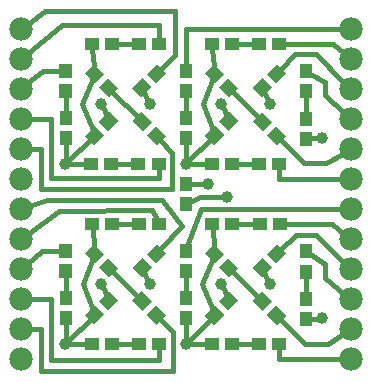
<source format=gtl>
G04 MADE WITH FRITZING*
G04 WWW.FRITZING.ORG*
G04 DOUBLE SIDED*
G04 HOLES PLATED*
G04 CONTOUR ON CENTER OF CONTOUR VECTOR*
%ASAXBY*%
%FSLAX23Y23*%
%MOIN*%
%OFA0B0*%
%SFA1.0B1.0*%
%ADD10C,0.078000*%
%ADD11C,0.039370*%
%ADD12R,0.043307X0.047244*%
%ADD13R,0.047244X0.043307*%
%ADD14C,0.016000*%
%LNCOPPER1*%
G90*
G70*
G54D10*
X100Y1200D03*
X100Y1100D03*
X100Y1000D03*
X100Y900D03*
X100Y800D03*
X100Y700D03*
X100Y600D03*
X100Y500D03*
X100Y400D03*
X100Y300D03*
X100Y200D03*
X100Y100D03*
X1200Y1200D03*
X1200Y1100D03*
X1200Y1000D03*
X1200Y900D03*
X1200Y800D03*
X1200Y700D03*
X1200Y600D03*
X1200Y500D03*
X1200Y400D03*
X1200Y300D03*
X1200Y200D03*
X1200Y100D03*
G54D11*
X931Y953D03*
X769Y953D03*
X369Y951D03*
X531Y951D03*
X369Y351D03*
X531Y351D03*
X769Y351D03*
X931Y351D03*
X249Y750D03*
X650Y752D03*
X249Y151D03*
X650Y150D03*
X724Y684D03*
X1106Y837D03*
X1104Y237D03*
X787Y642D03*
G54D12*
X650Y394D03*
X650Y461D03*
X1050Y393D03*
X1050Y460D03*
G54D13*
X897Y550D03*
X964Y550D03*
X337Y150D03*
X404Y150D03*
G54D12*
X250Y238D03*
X250Y305D03*
X650Y237D03*
X650Y304D03*
G54D13*
X739Y550D03*
X806Y550D03*
G54D12*
X650Y617D03*
X650Y684D03*
G54D13*
X896Y151D03*
X963Y151D03*
X496Y551D03*
X563Y551D03*
X338Y551D03*
X405Y551D03*
X738Y151D03*
X805Y151D03*
G54D12*
X1050Y236D03*
X1050Y303D03*
G54D13*
X495Y150D03*
X562Y150D03*
G54D12*
X650Y837D03*
X650Y904D03*
X250Y838D03*
X250Y905D03*
X650Y995D03*
X650Y1062D03*
G54D13*
X338Y1150D03*
X405Y1150D03*
X494Y1150D03*
X561Y1150D03*
X493Y750D03*
X560Y750D03*
X336Y750D03*
X403Y750D03*
X738Y750D03*
X805Y750D03*
X895Y1151D03*
X962Y1151D03*
X738Y1151D03*
X805Y1151D03*
G54D12*
X1050Y836D03*
X1050Y903D03*
X1050Y994D03*
X1050Y1061D03*
G54D13*
X894Y750D03*
X961Y750D03*
G54D14*
X476Y1150D02*
X423Y1150D01*
D02*
X475Y750D02*
X421Y750D01*
D02*
X650Y922D02*
X650Y977D01*
D02*
X250Y923D02*
X250Y978D01*
D02*
X877Y1151D02*
X823Y1151D01*
D02*
X1050Y921D02*
X1050Y976D01*
D02*
X823Y750D02*
X876Y750D01*
D02*
X879Y550D02*
X824Y550D01*
D02*
X1050Y321D02*
X1050Y375D01*
D02*
X823Y151D02*
X878Y151D01*
D02*
X650Y322D02*
X650Y376D01*
D02*
X422Y150D02*
X477Y150D01*
D02*
X250Y377D02*
X250Y323D01*
D02*
X478Y551D02*
X423Y551D01*
D02*
X493Y907D02*
X406Y993D01*
D02*
X492Y308D02*
X407Y393D01*
D02*
X893Y308D02*
X807Y393D01*
D02*
X807Y993D02*
X893Y907D01*
D02*
X377Y934D02*
X387Y910D01*
D02*
X522Y969D02*
X512Y990D01*
D02*
X777Y935D02*
X787Y911D01*
D02*
X922Y970D02*
X913Y990D01*
D02*
X377Y334D02*
X387Y312D01*
D02*
X523Y369D02*
X513Y391D01*
D02*
X777Y334D02*
X787Y311D01*
D02*
X923Y369D02*
X912Y390D01*
D02*
X250Y769D02*
X250Y820D01*
D02*
X263Y764D02*
X334Y834D01*
D02*
X268Y750D02*
X318Y750D01*
D02*
X340Y864D02*
X306Y951D01*
D02*
X306Y951D02*
X340Y1037D01*
D02*
X344Y1077D02*
X339Y1134D01*
D02*
X650Y771D02*
X650Y819D01*
D02*
X663Y765D02*
X734Y835D01*
D02*
X669Y751D02*
X720Y751D01*
D02*
X707Y950D02*
X740Y1037D01*
D02*
X740Y864D02*
X707Y950D01*
D02*
X745Y1077D02*
X739Y1135D01*
D02*
X250Y170D02*
X250Y220D01*
D02*
X268Y151D02*
X319Y150D01*
D02*
X263Y165D02*
X334Y236D01*
D02*
X307Y350D02*
X341Y437D01*
D02*
X341Y265D02*
X307Y350D01*
D02*
X345Y477D02*
X340Y535D01*
D02*
X650Y169D02*
X650Y219D01*
D02*
X663Y163D02*
X734Y235D01*
D02*
X669Y150D02*
X720Y150D01*
D02*
X706Y350D02*
X740Y437D01*
D02*
X740Y264D02*
X706Y350D01*
D02*
X745Y477D02*
X741Y534D01*
D02*
X650Y1200D02*
X650Y1080D01*
D02*
X1170Y1200D02*
X650Y1200D01*
D02*
X1140Y1151D02*
X980Y1151D01*
D02*
X1177Y1120D02*
X1140Y1151D01*
D02*
X1016Y1117D02*
X965Y1066D01*
D02*
X1085Y1117D02*
X1016Y1117D01*
D02*
X1179Y1021D02*
X1085Y1117D01*
D02*
X1115Y980D02*
X1178Y921D01*
D02*
X1066Y1052D02*
X1115Y1024D01*
D02*
X1115Y1024D02*
X1115Y980D01*
D02*
X1118Y756D02*
X1044Y756D01*
D02*
X1174Y786D02*
X1118Y756D01*
D02*
X1044Y756D02*
X966Y834D01*
D02*
X961Y700D02*
X961Y734D01*
D02*
X1170Y700D02*
X961Y700D01*
D02*
X701Y602D02*
X656Y479D01*
D02*
X1170Y600D02*
X701Y602D01*
D02*
X1177Y519D02*
X1138Y550D01*
D02*
X1138Y550D02*
X982Y550D01*
D02*
X1017Y516D02*
X965Y466D01*
D02*
X1085Y516D02*
X1017Y516D01*
D02*
X1179Y421D02*
X1085Y516D01*
D02*
X1116Y370D02*
X1116Y419D01*
D02*
X1116Y419D02*
X1066Y450D01*
D02*
X1177Y319D02*
X1116Y370D01*
D02*
X1126Y153D02*
X1048Y153D01*
D02*
X1175Y184D02*
X1126Y153D01*
D02*
X1048Y153D02*
X966Y235D01*
D02*
X963Y100D02*
X963Y135D01*
D02*
X1170Y100D02*
X963Y100D01*
D02*
X181Y1262D02*
X614Y1262D01*
D02*
X614Y1262D02*
X614Y1114D01*
D02*
X614Y1114D02*
X565Y1066D01*
D02*
X124Y1218D02*
X181Y1262D01*
D02*
X561Y1214D02*
X561Y1167D01*
D02*
X123Y1119D02*
X238Y1214D01*
D02*
X238Y1214D02*
X561Y1214D01*
D02*
X174Y1063D02*
X123Y1020D01*
D02*
X234Y1063D02*
X174Y1063D01*
D02*
X203Y900D02*
X203Y704D01*
D02*
X203Y704D02*
X560Y704D01*
D02*
X560Y704D02*
X560Y734D01*
D02*
X130Y900D02*
X203Y900D01*
D02*
X169Y800D02*
X169Y669D01*
D02*
X169Y669D02*
X604Y669D01*
D02*
X604Y788D02*
X565Y833D01*
D02*
X604Y669D02*
X604Y788D01*
D02*
X130Y800D02*
X169Y800D01*
D02*
X187Y632D02*
X572Y633D01*
D02*
X572Y633D02*
X637Y546D01*
D02*
X637Y546D02*
X565Y467D01*
D02*
X128Y610D02*
X187Y632D01*
D02*
X229Y596D02*
X124Y518D01*
D02*
X538Y597D02*
X229Y596D01*
D02*
X554Y567D02*
X538Y597D01*
D02*
X173Y462D02*
X123Y419D01*
D02*
X234Y462D02*
X173Y462D01*
D02*
X202Y300D02*
X130Y300D01*
D02*
X202Y97D02*
X202Y300D01*
D02*
X562Y134D02*
X562Y97D01*
D02*
X562Y97D02*
X202Y97D01*
D02*
X168Y60D02*
X168Y200D01*
D02*
X168Y200D02*
X130Y200D01*
D02*
X565Y235D02*
X608Y190D01*
D02*
X608Y60D02*
X168Y60D01*
D02*
X608Y190D02*
X608Y60D01*
D02*
X705Y684D02*
X666Y684D01*
D02*
X1066Y837D02*
X1087Y837D01*
D02*
X1066Y236D02*
X1085Y236D01*
D02*
X768Y642D02*
X697Y642D01*
D02*
X697Y642D02*
X666Y626D01*
G36*
X507Y438D02*
X537Y408D01*
X504Y374D01*
X473Y405D01*
X507Y438D01*
G37*
D02*
G36*
X554Y486D02*
X585Y455D01*
X551Y422D01*
X521Y452D01*
X554Y486D01*
G37*
D02*
G36*
X228Y419D02*
X272Y419D01*
X272Y372D01*
X228Y372D01*
X228Y419D01*
G37*
D02*
G36*
X228Y486D02*
X272Y486D01*
X272Y439D01*
X228Y439D01*
X228Y486D01*
G37*
D02*
G36*
X379Y452D02*
X348Y421D01*
X315Y454D01*
X346Y485D01*
X379Y452D01*
G37*
D02*
G36*
X426Y404D02*
X396Y374D01*
X362Y407D01*
X393Y438D01*
X426Y404D01*
G37*
D02*
G36*
X906Y438D02*
X937Y407D01*
X904Y374D01*
X873Y405D01*
X906Y438D01*
G37*
D02*
G36*
X954Y485D02*
X984Y455D01*
X951Y421D01*
X920Y452D01*
X954Y485D01*
G37*
D02*
G36*
X779Y452D02*
X748Y422D01*
X715Y455D01*
X745Y486D01*
X779Y452D01*
G37*
D02*
G36*
X826Y405D02*
X795Y374D01*
X762Y408D01*
X793Y438D01*
X826Y405D01*
G37*
D02*
G36*
X537Y294D02*
X506Y263D01*
X473Y297D01*
X503Y327D01*
X537Y294D01*
G37*
D02*
G36*
X584Y246D02*
X553Y216D01*
X520Y249D01*
X551Y280D01*
X584Y246D01*
G37*
D02*
G36*
X938Y294D02*
X907Y263D01*
X874Y296D01*
X904Y327D01*
X938Y294D01*
G37*
D02*
G36*
X985Y246D02*
X954Y216D01*
X921Y249D01*
X952Y280D01*
X985Y246D01*
G37*
D02*
G36*
X748Y280D02*
X779Y249D01*
X745Y216D01*
X715Y246D01*
X748Y280D01*
G37*
D02*
G36*
X795Y327D02*
X826Y297D01*
X793Y263D01*
X762Y294D01*
X795Y327D01*
G37*
D02*
G36*
X349Y281D02*
X379Y250D01*
X346Y217D01*
X315Y247D01*
X349Y281D01*
G37*
D02*
G36*
X396Y328D02*
X426Y298D01*
X393Y264D01*
X362Y295D01*
X396Y328D01*
G37*
D02*
G36*
X537Y893D02*
X507Y862D01*
X473Y896D01*
X504Y926D01*
X537Y893D01*
G37*
D02*
G36*
X585Y846D02*
X554Y815D01*
X521Y848D01*
X551Y879D01*
X585Y846D01*
G37*
D02*
G36*
X378Y1052D02*
X348Y1022D01*
X314Y1055D01*
X345Y1086D01*
X378Y1052D01*
G37*
D02*
G36*
X426Y1005D02*
X395Y974D01*
X362Y1008D01*
X392Y1038D01*
X426Y1005D01*
G37*
D02*
G36*
X228Y1019D02*
X272Y1019D01*
X272Y972D01*
X228Y972D01*
X228Y1019D01*
G37*
D02*
G36*
X228Y1086D02*
X272Y1086D01*
X272Y1039D01*
X228Y1039D01*
X228Y1086D01*
G37*
D02*
G36*
X748Y880D02*
X779Y849D01*
X745Y816D01*
X715Y846D01*
X748Y880D01*
G37*
D02*
G36*
X796Y927D02*
X826Y896D01*
X793Y863D01*
X762Y894D01*
X796Y927D01*
G37*
D02*
G36*
X938Y893D02*
X907Y862D01*
X874Y895D01*
X904Y926D01*
X938Y893D01*
G37*
D02*
G36*
X985Y845D02*
X954Y815D01*
X921Y848D01*
X952Y879D01*
X985Y845D01*
G37*
D02*
G36*
X348Y879D02*
X378Y849D01*
X345Y815D01*
X314Y846D01*
X348Y879D01*
G37*
D02*
G36*
X395Y927D02*
X426Y896D01*
X392Y862D01*
X362Y893D01*
X395Y927D01*
G37*
D02*
G36*
X506Y1038D02*
X537Y1007D01*
X503Y974D01*
X473Y1005D01*
X506Y1038D01*
G37*
D02*
G36*
X554Y1085D02*
X584Y1055D01*
X551Y1021D01*
X520Y1052D01*
X554Y1085D01*
G37*
D02*
G36*
X907Y1038D02*
X937Y1007D01*
X904Y974D01*
X873Y1004D01*
X907Y1038D01*
G37*
D02*
G36*
X954Y1085D02*
X984Y1054D01*
X951Y1021D01*
X920Y1052D01*
X954Y1085D01*
G37*
D02*
G36*
X779Y1052D02*
X748Y1021D01*
X715Y1055D01*
X745Y1085D01*
X779Y1052D01*
G37*
D02*
G36*
X826Y1005D02*
X795Y974D01*
X762Y1007D01*
X793Y1038D01*
X826Y1005D01*
G37*
D02*
G04 End of Copper1*
M02*
</source>
